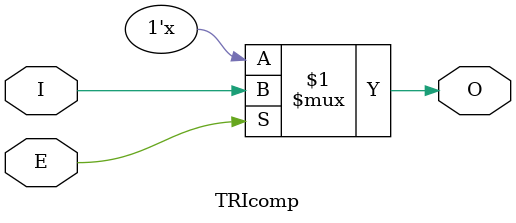
<source format=v>
`timescale 1ns / 1ps


module SSI_Library(

    );
endmodule
module AND(
input I1,I2,
output O);

assign O = I1 & I2;
endmodule

module OR( 
input I1, I2,
output O);

assign O = I1 | I2;
endmodule

module NOT(
input I,
output O);

assign O = ~I;

endmodule

module NAND(
input I1,I2,
output reg O);

initial 
O = 0;
always @(I1,I2) begin 
  O = ~(I1 & I2);
 end 
endmodule

module NOR(
input I1,I2,
output reg  O);

initial  begin
O=0; end
always@(I1,I2) begin
O = ~(I1 | I2);
end 

endmodule

module EXOR(
input I1,I2,
output O);
LUT2# (.INIT(4'b0110))lut(.O(O),.I0(I1),.I1(I2)); 

endmodule

module EXNOR(
input I1,I2,
output O);

LUT2# (.INIT(4'b1001))lut(.O(O),.I0(I1),.I1(I2));
endmodule

module TRIcomp(
input I,E,
output O);

assign O = E ? I :1'bZ;
endmodule  

//module main(
//input I1,I2,
//initial CLK100MHZ <= 1 ; always #5 CLK100MHZ <= ~CLK100MHZ;
//output or_out,not_out,nand_out,nor_out,exor_out,exnor_out,tri_out);
//AND ANDtop(I1,I2,or_out);
//OR ORtop (I1,I2,or_out);
//NAND NANDtop (I1,I2,nand_out);
//NOT NOTtop (I1,not_out);
//NOR NORtop (I1,I2,nor_out);
//EXOR EXORtop (I1,I2,exor_out);
//EXNOR EXNORtop (I1,I2,exnor_out);
//TRIcomp tritop (I1,I2,tri_out);

//endmodule

</source>
